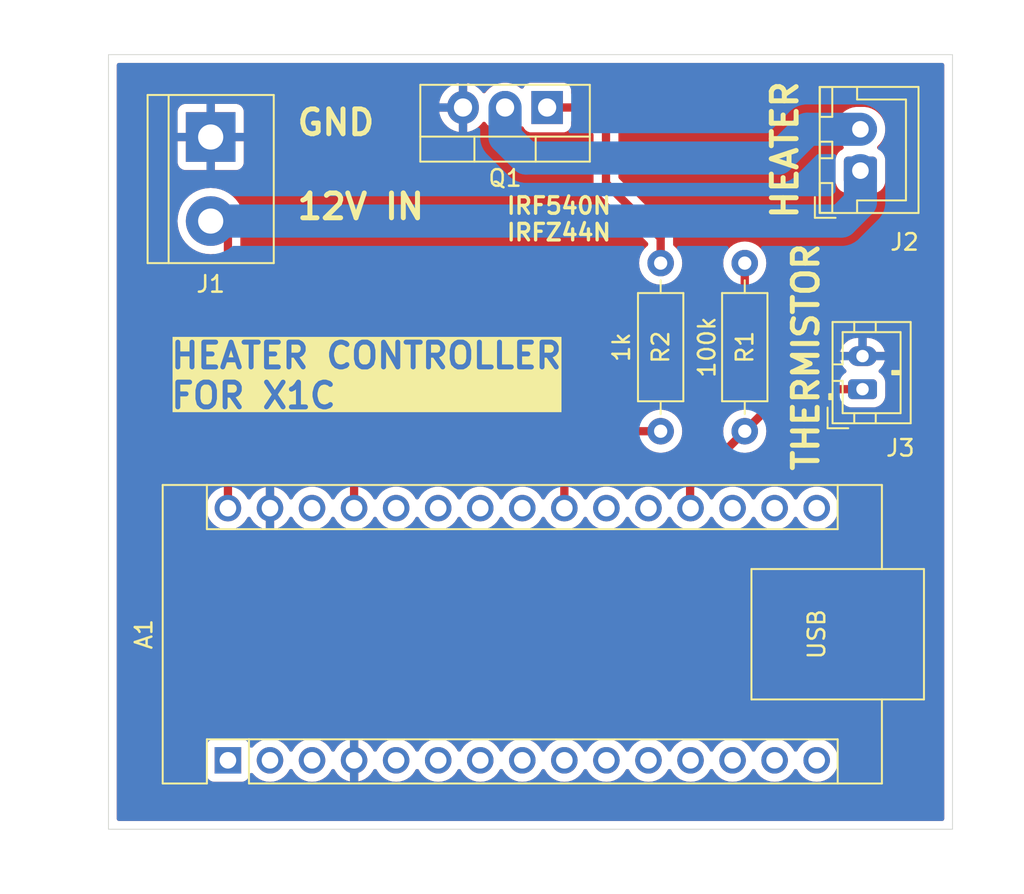
<source format=kicad_pcb>
(kicad_pcb (version 20240108) (generator "pcbnew") (generator_version "8.0")
  (layers (0 "F.Cu" signal) (31 "B.Cu" signal) (34 "B.Paste" user) (35 "F.Paste" user) (36 "B.SilkS" user "B.Silkscreen") (37 "F.SilkS" user "F.Silkscreen") (38 "B.Mask" user) (39 "F.Mask" user) (44 "Edge.Cuts" user))
  (net 0 "")
  (net 9 "GND")
  (net 19 "Net-(A1-VIN)")
  (net 21 "Net-(A1-A0)")
  (net 26 "Net-(Q1-G)")
  (net 28 "Net-(A1-A3)")
  (net 30 "Net-(J2-Pin_2)")
  (net 31 "Net-(A1-+5V)")
  (footprint "Connector_JST:JST_XH_B2B-XH-A_1x02_P2.50mm_Vertical" (layer "F.Cu") (at 152.273 70.612 90)
    (property "Reference" "J2" (at -4.318 2.667 180) (layer "F.SilkS"))
    (property "Value" "HEATER_OUT")
    (fp_line (start -1.6 -2.75) (end -2.85 -2.75) (stroke (width 0.12)) (layer "F.SilkS"))
    (fp_line (start -2.85 -2.75) (end -2.85 -1.5) (stroke (width 0.12)) (layer "F.SilkS"))
    (fp_line (start 5.06 -2.46) (end -2.56 -2.46) (stroke (width 0.12)) (layer "F.SilkS"))
    (fp_line (start -2.56 -2.46) (end -2.56 3.51) (stroke (width 0.12)) (layer "F.SilkS"))
    (fp_line (start 5.05 -2.45) (end 3.25 -2.45) (stroke (width 0.12)) (layer "F.SilkS"))
    (fp_line (start 3.25 -2.45) (end 3.25 -1.7) (stroke (width 0.12)) (layer "F.SilkS"))
    (fp_line (start 1.75 -2.45) (end 0.75 -2.45) (stroke (width 0.12)) (layer "F.SilkS"))
    (fp_line (start 0.75 -2.45) (end 0.75 -1.7) (stroke (width 0.12)) (layer "F.SilkS"))
    (fp_line (start -0.75 -2.45) (end -2.55 -2.45) (stroke (width 0.12)) (layer "F.SilkS"))
    (fp_line (start -2.55 -2.45) (end -2.55 -1.7) (stroke (width 0.12)) (layer "F.SilkS"))
    (fp_line (start 5.05 -1.7) (end 5.05 -2.45) (stroke (width 0.12)) (layer "F.SilkS"))
    (fp_line (start 3.25 -1.7) (end 5.05 -1.7) (stroke (width 0.12)) (layer "F.SilkS"))
    (fp_line (start 1.75 -1.7) (end 1.75 -2.45) (stroke (width 0.12)) (layer "F.SilkS"))
    (fp_line (start 0.75 -1.7) (end 1.75 -1.7) (stroke (width 0.12)) (layer "F.SilkS"))
    (fp_line (start -0.75 -1.7) (end -0.75 -2.45) (stroke (width 0.12)) (layer "F.SilkS"))
    (fp_line (start -2.55 -1.7) (end -0.75 -1.7) (stroke (width 0.12)) (layer "F.SilkS"))
    (fp_line (start 5.05 -0.2) (end 4.3 -0.2) (stroke (width 0.12)) (layer "F.SilkS"))
    (fp_line (start 4.3 -0.2) (end 4.3 2.75) (stroke (width 0.12)) (layer "F.SilkS"))
    (fp_line (start -1.8 -0.2) (end -1.8 2.75) (stroke (width 0.12)) (layer "F.SilkS"))
    (fp_line (start -2.55 -0.2) (end -1.8 -0.2) (stroke (width 0.12)) (layer "F.SilkS"))
    (fp_line (start 4.3 2.75) (end 1.25 2.75) (stroke (width 0.12)) (layer "F.SilkS"))
    (fp_line (start -1.8 2.75) (end 1.25 2.75) (stroke (width 0.12)) (layer "F.SilkS"))
    (fp_line (start 5.06 3.51) (end 5.06 -2.46) (stroke (width 0.12)) (layer "F.SilkS"))
    (fp_line (start -2.56 3.51) (end 5.06 3.51) (stroke (width 0.12)) (layer "F.SilkS"))
    (pad "1" thru_hole roundrect (at 0 0 90) (size 1.7 2) (drill 1) (layers "*.Cu" "*.Mask") (roundrect_rratio 0.147059) (net 19 "Net-(A1-VIN)"))
    (pad "2" thru_hole oval (at 2.5 0 90) (size 1.7 2) (drill 1) (layers "*.Cu" "*.Mask") (net 30 "Net-(J2-Pin_2)"))
  )
  (footprint "Resistor_THT:R_Axial_DIN0207_L6.3mm_D2.5mm_P10.16mm_Horizontal" (layer "F.Cu") (at 145.288 86.36 90)
    (property "Reference" "R1" (at 5.079999 0 90) (layer "F.SilkS"))
    (property "Value" "100k" (at 5.08 -2.286 90) (layer "F.SilkS"))
    (fp_line (start 8.35 -1.37) (end 1.81 -1.37) (stroke (width 0.12)) (layer "F.SilkS"))
    (fp_line (start 1.81 -1.37) (end 1.81 1.37) (stroke (width 0.12)) (layer "F.SilkS"))
    (fp_line (start 9.12 0) (end 8.350001 0) (stroke (width 0.12)) (layer "F.SilkS"))
    (fp_line (start 1.04 0) (end 1.81 0) (stroke (width 0.12)) (layer "F.SilkS"))
    (fp_line (start 8.35 1.37) (end 8.35 -1.37) (stroke (width 0.12)) (layer "F.SilkS"))
    (fp_line (start 1.81 1.37) (end 8.35 1.37) (stroke (width 0.12)) (layer "F.SilkS"))
    (pad "1" thru_hole circle (at 0 0 90) (size 1.6 1.6) (drill 0.8) (layers "*.Cu" "*.Mask") (net 21 "Net-(A1-A0)"))
    (pad "2" thru_hole oval (at 10.16 0 90) (size 1.6 1.6) (drill 0.8) (layers "*.Cu" "*.Mask") (net 31 "Net-(A1-+5V)"))
  )
  (footprint "Package_TO_SOT_THT:TO-220-3_Vertical" (layer "F.Cu") (at 133.35 66.7968 180)
    (property "Reference" "Q1" (at 2.54 -4.27 360) (layer "F.SilkS"))
    (property "Value" "IRF540N")
    (fp_line (start 7.66 -3.27) (end 7.66 1.370999) (stroke (width 0.12)) (layer "F.SilkS"))
    (fp_line (start 4.391 -3.27) (end 4.391 -1.76) (stroke (width 0.12)) (layer "F.SilkS"))
    (fp_line (start 0.69 -3.27) (end 0.69 -1.76) (stroke (width 0.12)) (layer "F.SilkS"))
    (fp_line (start -2.58 1.371) (end 7.66 1.370999) (stroke (width 0.12)) (layer "F.SilkS"))
    (fp_line (start -2.58 -1.759999) (end 7.66 -1.76) (stroke (width 0.12)) (layer "F.SilkS"))
    (fp_line (start -2.58 -3.27) (end 7.66 -3.27) (stroke (width 0.12)) (layer "F.SilkS"))
    (fp_line (start -2.58 -3.27) (end -2.58 1.371) (stroke (width 0.12)) (layer "F.SilkS"))
    (pad "1" thru_hole rect (at 0 0 180) (size 1.905 2) (drill 1.1) (layers "*.Cu" "*.Mask") (net 26 "Net-(Q1-G)"))
    (pad "2" thru_hole oval (at 2.54 0 180) (size 1.905 2) (drill 1.1) (layers "*.Cu" "*.Mask") (net 30 "Net-(J2-Pin_2)"))
    (pad "3" thru_hole oval (at 5.079999 0 180) (size 1.905 2) (drill 1.1) (layers "*.Cu" "*.Mask") (net 9 "GND"))
  )
  (footprint "TerminalBlock:TerminalBlock_bornier-2_P5.08mm" (layer "F.Cu") (at 113.03 68.58 -90)
    (property "Reference" "J1" (at 8.89 0 180) (layer "F.SilkS"))
    (property "Value" "VIN_12V")
    (fp_line (start -2.54 3.81) (end 7.62 3.81) (stroke (width 0.12)) (layer "F.SilkS"))
    (fp_line (start 7.62 3.81) (end 7.62 -3.81) (stroke (width 0.12)) (layer "F.SilkS"))
    (fp_line (start 7.62 2.54) (end -2.54 2.54) (stroke (width 0.12)) (layer "F.SilkS"))
    (fp_line (start -2.54 -3.81) (end -2.54 3.81) (stroke (width 0.12)) (layer "F.SilkS"))
    (fp_line (start 7.62 -3.81) (end -2.54 -3.81) (stroke (width 0.12)) (layer "F.SilkS"))
    (pad "1" thru_hole rect (at 0 0 270) (size 3 3) (drill 1.52) (layers "*.Cu" "*.Mask") (net 9 "GND"))
    (pad "2" thru_hole circle (at 5.079999 0 270) (size 3 3) (drill 1.52) (layers "*.Cu" "*.Mask") (net 19 "Net-(A1-VIN)"))
  )
  (footprint "Connector_JST:JST_PH_B2B-PH-K_1x02_P2.00mm_Vertical" (layer "F.Cu") (at 152.4 83.82 90)
    (property "Reference" "J3" (at -3.556 2.286 180) (layer "F.SilkS"))
    (property "Value" "THERMISTOR_IN")
    (fp_line (start -1.11 -2.11) (end -2.36 -2.11) (stroke (width 0.12)) (layer "F.SilkS"))
    (fp_line (start -2.36 -2.11) (end -2.36 -0.86) (stroke (width 0.12)) (layer "F.SilkS"))
    (fp_line (start -0.3 -2.010001) (end -0.6 -2.010001) (stroke (width 0.12)) (layer "F.SilkS"))
    (fp_line (start -0.6 -2.010001) (end -0.6 -1.81) (stroke (width 0.12)) (layer "F.SilkS"))
    (fp_line (start -0.3 -1.91) (end -0.6 -1.91) (stroke (width 0.12)) (layer "F.SilkS"))
    (fp_line (start 4.06 -1.81) (end -2.06 -1.81) (stroke (width 0.12)) (layer "F.SilkS"))
    (fp_line (start 0.5 -1.81) (end 0.5 -1.200001) (stroke (width 0.12)) (layer "F.SilkS"))
    (fp_line (start -0.3 -1.81) (end -0.3 -2.010001) (stroke (width 0.12)) (layer "F.SilkS"))
    (fp_line (start -2.06 -1.81) (end -2.06 2.91) (stroke (width 0.12)) (layer "F.SilkS"))
    (fp_line (start 3.45 -1.200001) (end 1.5 -1.2) (stroke (width 0.12)) (layer "F.SilkS"))
    (fp_line (start 0.5 -1.200001) (end -1.45 -1.2) (stroke (width 0.12)) (layer "F.SilkS"))
    (fp_line (start 1.5 -1.2) (end 1.5 -1.81) (stroke (width 0.12)) (layer "F.SilkS"))
    (fp_line (start -1.45 -1.2) (end -1.45 2.3) (stroke (width 0.12)) (layer "F.SilkS"))
    (fp_line (start 4.06 -0.5) (end 3.45 -0.5) (stroke (width 0.12)) (layer "F.SilkS"))
    (fp_line (start -2.06 -0.499999) (end -1.45 -0.5) (stroke (width 0.12)) (layer "F.SilkS"))
    (fp_line (start -2.06 0.799999) (end -1.45 0.8) (stroke (width 0.12)) (layer "F.SilkS"))
    (fp_line (start 4.06 0.8) (end 3.45 0.8) (stroke (width 0.12)) (layer "F.SilkS"))
    (fp_line (start 1.1 1.8) (end 1.1 2.3) (stroke (width 0.12)) (layer "F.SilkS"))
    (fp_line (start 0.9 1.8) (end 1.1 1.8) (stroke (width 0.12)) (layer "F.SilkS"))
    (fp_line (start 3.45 2.3) (end 3.45 -1.200001) (stroke (width 0.12)) (layer "F.SilkS"))
    (fp_line (start 1 2.3) (end 1 1.8) (stroke (width 0.12)) (layer "F.SilkS"))
    (fp_line (start 0.900001 2.3) (end 0.9 1.8) (stroke (width 0.12)) (layer "F.SilkS"))
    (fp_line (start -1.45 2.3) (end 3.45 2.3) (stroke (width 0.12)) (layer "F.SilkS"))
    (fp_line (start 4.06 2.91) (end 4.06 -1.81) (stroke (width 0.12)) (layer "F.SilkS"))
    (fp_line (start -2.06 2.91) (end 4.06 2.91) (stroke (width 0.12)) (layer "F.SilkS"))
    (pad "1" thru_hole roundrect (at 0 0 90) (size 1.2 1.75) (drill 0.75) (layers "*.Cu" "*.Mask") (roundrect_rratio 0.208333) (net 21 "Net-(A1-A0)"))
    (pad "2" thru_hole oval (at 2.000001 0 90) (size 1.2 1.75) (drill 0.75) (layers "*.Cu" "*.Mask") (net 9 "GND"))
  )
  (footprint "Resistor_THT:R_Axial_DIN0207_L6.3mm_D2.5mm_P10.16mm_Horizontal" (layer "F.Cu") (at 140.208 76.2 -90)
    (property "Reference" "R2" (at 5.08 0 90) (layer "F.SilkS"))
    (property "Value" "1k" (at 5.08 2.370001 90) (layer "F.SilkS"))
    (fp_line (start 1.81 1.37) (end 8.35 1.37) (stroke (width 0.12)) (layer "F.SilkS"))
    (fp_line (start 8.35 1.37) (end 8.35 -1.37) (stroke (width 0.12)) (layer "F.SilkS"))
    (fp_line (start 1.04 0) (end 1.81 0) (stroke (width 0.12)) (layer "F.SilkS"))
    (fp_line (start 9.12 0) (end 8.350001 0) (stroke (width 0.12)) (layer "F.SilkS"))
    (fp_line (start 1.81 -1.37) (end 1.81 1.37) (stroke (width 0.12)) (layer "F.SilkS"))
    (fp_line (start 8.35 -1.37) (end 1.81 -1.37) (stroke (width 0.12)) (layer "F.SilkS"))
    (pad "1" thru_hole circle (at 0 0 270) (size 1.6 1.6) (drill 0.8) (layers "*.Cu" "*.Mask") (net 26 "Net-(Q1-G)"))
    (pad "2" thru_hole oval (at 10.16 0 270) (size 1.6 1.6) (drill 0.8) (layers "*.Cu" "*.Mask") (net 28 "Net-(A1-A3)"))
  )
  (footprint "Module:Arduino_Nano" (layer "F.Cu") (at 114.0714 106.2482 90)
    (property "Reference" "A1" (at 7.62 -5.08 90) (layer "F.SilkS"))
    (property "Value" "Arduino_Nano_v3.x")
    (fp_line (start 16.64 -3.94) (end -1.4 -3.94) (stroke (width 0.12)) (layer "F.SilkS"))
    (fp_line (start -1.4 -3.94) (end -1.4 -1.27) (stroke (width 0.12)) (layer "F.SilkS"))
    (fp_line (start 13.97 -1.27) (end 16.64 -1.27) (stroke (width 0.12)) (layer "F.SilkS"))
    (fp_line (start 13.97 -1.27) (end 13.97 36.83) (stroke (width 0.12)) (layer "F.SilkS"))
    (fp_line (start 1.27 -1.27) (end -1.4 -1.27) (stroke (width 0.12)) (layer "F.SilkS"))
    (fp_line (start 1.27 1.27) (end 1.27 -1.27) (stroke (width 0.12)) (layer "F.SilkS"))
    (fp_line (start 1.27 1.27) (end -1.4 1.27) (stroke (width 0.12)) (layer "F.SilkS"))
    (fp_line (start 1.27 1.27) (end 1.27 36.83) (stroke (width 0.12)) (layer "F.SilkS"))
    (fp_line (start -1.4 1.27) (end -1.4 39.499999) (stroke (width 0.12)) (layer "F.SilkS"))
    (fp_line (start 3.68 31.619999) (end 11.56 31.62) (stroke (width 0.12)) (layer "F.SilkS"))
    (fp_line (start 11.56 31.62) (end 11.559999 42.04) (stroke (width 0.12)) (layer "F.SilkS"))
    (fp_line (start 13.97 36.83) (end 16.64 36.83) (stroke (width 0.12)) (layer "F.SilkS"))
    (fp_line (start 1.27 36.83) (end -1.4 36.83) (stroke (width 0.12)) (layer "F.SilkS"))
    (fp_line (start -1.4 39.499999) (end 3.68 39.5) (stroke (width 0.12)) (layer "F.SilkS"))
    (fp_line (start 16.64 39.5) (end 16.64 -3.94) (stroke (width 0.12)) (layer "F.SilkS"))
    (fp_line (start 16.64 39.5) (end 11.56 39.499999) (stroke (width 0.12)) (layer "F.SilkS"))
    (fp_line (start 11.559999 42.04) (end 3.68 42.04) (stroke (width 0.12)) (layer "F.SilkS"))
    (fp_line (start 3.68 42.04) (end 3.68 31.619999) (stroke (width 0.12)) (layer "F.SilkS"))
    (fp_text user "USB" (at 7.62 35.56 90) (layer "F.SilkS"))
    (pad "1" thru_hole rect (at 0 0 90) (size 1.6 1.6) (drill 1) (layers "*.Cu" "*.Mask"))
    (pad "2" thru_hole oval (at 0 2.54 90) (size 1.6 1.6) (drill 1) (layers "*.Cu" "*.Mask"))
    (pad "3" thru_hole oval (at 0 5.079999 90) (size 1.6 1.6) (drill 1) (layers "*.Cu" "*.Mask"))
    (pad "4" thru_hole oval (at 0 7.62 90) (size 1.6 1.6) (drill 1) (layers "*.Cu" "*.Mask") (net 9 "GND"))
    (pad "5" thru_hole oval (at 0 10.16 90) (size 1.6 1.6) (drill 1) (layers "*.Cu" "*.Mask"))
    (pad "6" thru_hole oval (at 0 12.7 90) (size 1.6 1.6) (drill 1) (layers "*.Cu" "*.Mask"))
    (pad "7" thru_hole oval (at 0 15.24 90) (size 1.6 1.6) (drill 1) (layers "*.Cu" "*.Mask"))
    (pad "8" thru_hole oval (at 0 17.780001 90) (size 1.6 1.6) (drill 1) (layers "*.Cu" "*.Mask"))
    (pad "9" thru_hole oval (at 0 20.32 90) (size 1.6 1.6) (drill 1) (layers "*.Cu" "*.Mask"))
    (pad "10" thru_hole oval (at 0 22.86 90) (size 1.6 1.6) (drill 1) (layers "*.Cu" "*.Mask"))
    (pad "11" thru_hole oval (at 0 25.4 90) (size 1.6 1.6) (drill 1) (layers "*.Cu" "*.Mask"))
    (pad "12" thru_hole oval (at 0 27.939999 90) (size 1.6 1.6) (drill 1) (layers "*.Cu" "*.Mask"))
    (pad "13" thru_hole oval (at 0 30.48 90) (size 1.6 1.6) (drill 1) (layers "*.Cu" "*.Mask"))
    (pad "14" thru_hole oval (at 0 33.02 90) (size 1.6 1.6) (drill 1) (layers "*.Cu" "*.Mask"))
    (pad "15" thru_hole oval (at 0 35.56 90) (size 1.6 1.6) (drill 1) (layers "*.Cu" "*.Mask"))
    (pad "16" thru_hole oval (at 15.24 35.56 90) (size 1.6 1.6) (drill 1) (layers "*.Cu" "*.Mask"))
    (pad "17" thru_hole oval (at 15.24 33.02 90) (size 1.6 1.6) (drill 1) (layers "*.Cu" "*.Mask"))
    (pad "18" thru_hole oval (at 15.24 30.48 90) (size 1.6 1.6) (drill 1) (layers "*.Cu" "*.Mask"))
    (pad "19" thru_hole oval (at 15.24 27.94 90) (size 1.6 1.6) (drill 1) (layers "*.Cu" "*.Mask") (net 21 "Net-(A1-A0)"))
    (pad "20" thru_hole oval (at 15.24 25.4 90) (size 1.6 1.6) (drill 1) (layers "*.Cu" "*.Mask"))
    (pad "21" thru_hole oval (at 15.24 22.86 90) (size 1.6 1.6) (drill 1) (layers "*.Cu" "*.Mask"))
    (pad "22" thru_hole oval (at 15.24 20.32 90) (size 1.6 1.6) (drill 1) (layers "*.Cu" "*.Mask") (net 28 "Net-(A1-A3)"))
    (pad "23" thru_hole oval (at 15.24 17.78 90) (size 1.6 1.6) (drill 1) (layers "*.Cu" "*.Mask"))
    (pad "24" thru_hole oval (at 15.24 15.24 90) (size 1.6 1.6) (drill 1) (layers "*.Cu" "*.Mask"))
    (pad "25" thru_hole oval (at 15.24 12.7 90) (size 1.6 1.6) (drill 1) (layers "*.Cu" "*.Mask"))
    (pad "26" thru_hole oval (at 15.24 10.16 90) (size 1.6 1.6) (drill 1) (layers "*.Cu" "*.Mask"))
    (pad "27" thru_hole oval (at 15.24 7.62 90) (size 1.6 1.6) (drill 1) (layers "*.Cu" "*.Mask") (net 31 "Net-(A1-+5V)"))
    (pad "28" thru_hole oval (at 15.24 5.08 90) (size 1.6 1.6) (drill 1) (layers "*.Cu" "*.Mask"))
    (pad "29" thru_hole oval (at 15.24 2.54 90) (size 1.6 1.6) (drill 1) (layers "*.Cu" "*.Mask") (net 9 "GND"))
    (pad "30" thru_hole oval (at 15.24 0 90) (size 1.6 1.6) (drill 1) (layers "*.Cu" "*.Mask") (net 19 "Net-(A1-VIN)"))
  )
  (gr_rect (start 106.8578 63.6016) (end 157.8356 110.4138) (stroke (width 0.05)) (fill none) (layer "Edge.Cuts"))
  (gr_text "THERMISTOR" (at 149.86 88.9 90) (layer "F.SilkS") (effects (font (size 1.5 1.5) (thickness 0.3) (bold yes)) (justify left bottom)))
  (gr_text "IRF540N\nIRFZ44N" (at 130.81 74.93 0) (layer "F.SilkS") (effects (font (size 1 1) (thickness 0.2)) (justify left bottom)))
  (gr_text "HEATER" (at 148.59 73.66 90) (layer "F.SilkS") (effects (font (size 1.5 1.5) (thickness 0.3) (bold yes)) (justify left bottom)))
  (gr_text "HEATER CONTROLLER\nFOR X1C" (at 110.49 85.09 0) (layer "F.SilkS" knockout) (effects (font (size 1.5 1.5) (thickness 0.3) (bold yes)) (justify left bottom)))
  (gr_text "12V IN" (at 118.11 73.66 0) (layer "F.SilkS") (effects (font (size 1.5 1.5) (thickness 0.3) (bold yes)) (justify left bottom)))
  (gr_text "GND" (at 118.11 68.58 0) (layer "F.SilkS") (effects (font (size 1.5 1.5) (thickness 0.3) (bold yes)) (justify left bottom)))
  (segment (start 113.03 73.659999) (end 114.0714 74.701399) (width 0.5) (layer "F.Cu") (net 19))
  (segment (start 114.0714 74.701399) (end 114.0714 91.0082) (width 0.5) (layer "F.Cu") (net 19))
  (segment (start 152.273 72.517) (end 152.273 70.612) (width 2) (layer "B.Cu") (net 19))
  (segment (start 113.03 73.659999) (end 113.030001 73.66) (width 2) (layer "B.Cu") (net 19))
  (segment (start 151.13 73.66) (end 152.273 72.517) (width 2) (layer "B.Cu") (net 19))
  (segment (start 113.030001 73.66) (end 151.13 73.66) (width 2) (layer "B.Cu") (net 19))
  (segment (start 152.4 83.82) (end 147.828 83.82) (width 0.5) (layer "F.Cu") (net 21))
  (segment (start 141.986 90.9828) (end 142.0114 91.0082) (width 0.5) (layer "F.Cu") (net 21))
  (segment (start 141.986 89.662) (end 141.986 90.9828) (width 0.5) (layer "F.Cu") (net 21))
  (segment (start 145.288 86.36) (end 141.986 89.662) (width 0.5) (layer "F.Cu") (net 21))
  (segment (start 147.828 83.82) (end 145.288 86.36) (width 0.5) (layer "F.Cu") (net 21))
  (segment (start 135.6256 66.7968) (end 136.906 68.0772) (width 0.5) (layer "F.Cu") (net 26))
  (segment (start 133.35 66.7968) (end 135.6256 66.7968) (width 0.5) (layer "F.Cu") (net 26))
  (segment (start 136.906 71.374) (end 140.208 74.676) (width 0.5) (layer "F.Cu") (net 26))
  (segment (start 136.906 68.0772) (end 136.906 71.374) (width 0.5) (layer "F.Cu") (net 26))
  (segment (start 140.208 74.676) (end 140.208 76.2) (width 0.5) (layer "F.Cu") (net 26))
  (segment (start 134.3914 88.8746) (end 134.3914 91.0082) (width 0.5) (layer "F.Cu") (net 28))
  (segment (start 140.208 86.36) (end 136.906 86.36) (width 0.5) (layer "F.Cu") (net 28))
  (segment (start 136.906 86.36) (end 134.3914 88.8746) (width 0.5) (layer "F.Cu") (net 28))
  (segment (start 130.81 68.58) (end 132.08 69.85) (width 2) (layer "B.Cu") (net 30))
  (segment (start 149.058 68.112) (end 152.273 68.112) (width 2) (layer "B.Cu") (net 30))
  (segment (start 132.08 69.85) (end 147.32 69.85) (width 2) (layer "B.Cu") (net 30))
  (segment (start 130.81 66.7968) (end 130.81 68.58) (width 2) (layer "B.Cu") (net 30))
  (segment (start 147.32 69.85) (end 149.058 68.112) (width 2) (layer "B.Cu") (net 30))
  (segment (start 127.254 82.296) (end 142.24 82.296) (width 0.5) (layer "F.Cu") (net 31))
  (segment (start 145.288 79.248) (end 145.288 76.2) (width 0.5) (layer "F.Cu") (net 31))
  (segment (start 142.24 82.296) (end 145.288 79.248) (width 0.5) (layer "F.Cu") (net 31))
  (segment (start 121.6914 91.0082) (end 121.6914 87.8586) (width 0.5) (layer "F.Cu") (net 31))
  (segment (start 121.6914 87.8586) (end 127.254 82.296) (width 0.5) (layer "F.Cu") (net 31))
  (zone (net 9) (net_name "GND") (layers "F&B.Cu") (connect_pads (clearance 0.5)) (min_thickness 0.25) (fill yes (thermal_gap 0.5) (thermal_bridge_width 0.5))
    (polygon (pts (xy 103.251 60.5536) (xy 162.1536 60.2996) (xy 160.8582 114.3254) (xy 100.3046 113.6904)))
  )
)
</source>
